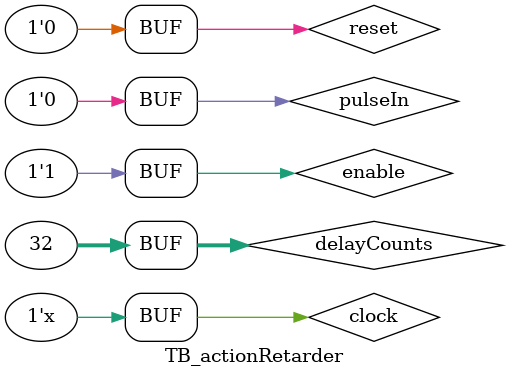
<source format=v>
`timescale 1ns / 1ps


module TB_actionRetarder;

    reg [31:0] delayCounts = 32'd32;
    reg clock = 0;
    reg reset = 1;
    reg enable = 1;
    reg pulseIn = 0;
    wire pulseOut;

    actionRetarder UUT(
        .in_delayCounts(delayCounts),
        .in_clock(clock),
        .in_reset(reset),
        .in_enable(enable),
        .in_pulseIn(pulseIn),
        .out_pulseOut(pulseOut));
       
    always begin
        #1 clock = ~clock;
    end
        
    initial begin
        #2 reset = 0;
        #6 pulseIn = 1;
        #3 pulseIn = 0;
        #6 pulseIn = 1; // This signal should be ignored.
        #3 pulseIn = 0;
    end

endmodule

</source>
